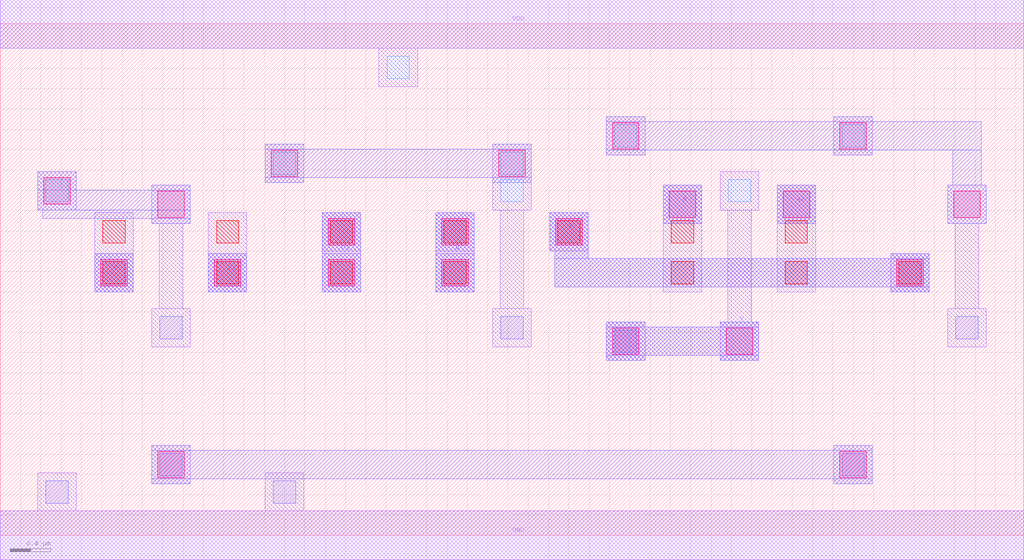
<source format=lef>
MACRO AOOAAOI2122
 CLASS CORE ;
 FOREIGN AOOAAOI2122 0 0 ;
 SIZE 10.08 BY 5.04 ;
 ORIGIN 0 0 ;
 SYMMETRY X Y R90 ;
 SITE unit ;
  PIN VDD
   DIRECTION INOUT ;
   USE POWER ;
   SHAPE ABUTMENT ;
    PORT
     CLASS CORE ;
       LAYER met1 ;
        RECT 0.00000000 4.80000000 10.08000000 5.28000000 ;
    END
  END VDD

  PIN GND
   DIRECTION INOUT ;
   USE POWER ;
   SHAPE ABUTMENT ;
    PORT
     CLASS CORE ;
       LAYER met1 ;
        RECT 0.00000000 -0.24000000 10.08000000 0.24000000 ;
    END
  END GND

  PIN Y
   DIRECTION INOUT ;
   USE SIGNAL ;
   SHAPE ABUTMENT ;
    PORT
     CLASS CORE ;
       LAYER met2 ;
        RECT 5.97000000 1.72200000 6.35000000 1.77200000 ;
        RECT 7.09000000 1.72200000 7.47000000 1.77200000 ;
        RECT 5.97000000 1.77200000 7.47000000 2.05200000 ;
        RECT 5.97000000 2.05200000 6.35000000 2.10200000 ;
        RECT 7.09000000 2.05200000 7.47000000 2.10200000 ;
    END
  END Y

  PIN B
   DIRECTION INOUT ;
   USE SIGNAL ;
   SHAPE ABUTMENT ;
    PORT
     CLASS CORE ;
       LAYER met2 ;
        RECT 8.77000000 2.39700000 9.15000000 2.44700000 ;
        RECT 5.46000000 2.44700000 9.15000000 2.72700000 ;
        RECT 8.77000000 2.72700000 9.15000000 2.77700000 ;
        RECT 5.46000000 2.72700000 5.79000000 2.80200000 ;
        RECT 5.41000000 2.80200000 5.79000000 3.18200000 ;
    END
  END B

  PIN A
   DIRECTION INOUT ;
   USE SIGNAL ;
   SHAPE ABUTMENT ;
    PORT
     CLASS CORE ;
       LAYER met2 ;
        RECT 6.53000000 3.07200000 6.91000000 3.45200000 ;
    END
  END A

  PIN C
   DIRECTION INOUT ;
   USE SIGNAL ;
   SHAPE ABUTMENT ;
    PORT
     CLASS CORE ;
       LAYER met2 ;
        RECT 0.93000000 2.39700000 1.31000000 2.77700000 ;
    END
  END C

  PIN C1
   DIRECTION INOUT ;
   USE SIGNAL ;
   SHAPE ABUTMENT ;
    PORT
     CLASS CORE ;
       LAYER met2 ;
        RECT 2.05000000 2.39700000 2.43000000 2.77700000 ;
    END
  END C1

  PIN D1
   DIRECTION INOUT ;
   USE SIGNAL ;
   SHAPE ABUTMENT ;
    PORT
     CLASS CORE ;
       LAYER met2 ;
        RECT 3.17000000 2.39700000 3.55000000 3.18200000 ;
    END
  END D1

  PIN A1
   DIRECTION INOUT ;
   USE SIGNAL ;
   SHAPE ABUTMENT ;
    PORT
     CLASS CORE ;
       LAYER met2 ;
        RECT 7.65000000 3.07200000 8.03000000 3.45200000 ;
    END
  END A1

  PIN D
   DIRECTION INOUT ;
   USE SIGNAL ;
   SHAPE ABUTMENT ;
    PORT
     CLASS CORE ;
       LAYER met2 ;
        RECT 4.29000000 2.39700000 4.67000000 3.18200000 ;
    END
  END D

 OBS
    LAYER polycont ;
     RECT 1.01000000 2.47700000 1.23000000 2.69700000 ;
     RECT 2.13000000 2.47700000 2.35000000 2.69700000 ;
     RECT 3.25000000 2.47700000 3.47000000 2.69700000 ;
     RECT 4.37000000 2.47700000 4.59000000 2.69700000 ;
     RECT 6.61000000 2.47700000 6.83000000 2.69700000 ;
     RECT 7.73000000 2.47700000 7.95000000 2.69700000 ;
     RECT 8.85000000 2.47700000 9.07000000 2.69700000 ;
     RECT 1.01000000 2.88200000 1.23000000 3.10200000 ;
     RECT 2.13000000 2.88200000 2.35000000 3.10200000 ;
     RECT 3.25000000 2.88200000 3.47000000 3.10200000 ;
     RECT 4.37000000 2.88200000 4.59000000 3.10200000 ;
     RECT 5.49000000 2.88200000 5.71000000 3.10200000 ;
     RECT 6.61000000 2.88200000 6.83000000 3.10200000 ;
     RECT 7.73000000 2.88200000 7.95000000 3.10200000 ;

    LAYER pdiffc ;
     RECT 0.45000000 3.28700000 0.67000000 3.50700000 ;
     RECT 4.93000000 3.28700000 5.15000000 3.50700000 ;
     RECT 7.17000000 3.28700000 7.39000000 3.50700000 ;
     RECT 2.69000000 3.55700000 2.91000000 3.77700000 ;
     RECT 4.93000000 3.55700000 5.15000000 3.77700000 ;
     RECT 6.05000000 3.82700000 6.27000000 4.04700000 ;
     RECT 8.29000000 3.82700000 8.51000000 4.04700000 ;
     RECT 3.81000000 4.50200000 4.03000000 4.72200000 ;

    LAYER ndiffc ;
     RECT 0.45000000 0.31700000 0.67000000 0.53700000 ;
     RECT 2.69000000 0.31700000 2.91000000 0.53700000 ;
     RECT 1.57000000 0.58700000 1.79000000 0.80700000 ;
     RECT 8.29000000 0.58700000 8.51000000 0.80700000 ;
     RECT 6.05000000 1.80200000 6.27000000 2.02200000 ;
     RECT 1.57000000 1.93700000 1.79000000 2.15700000 ;
     RECT 4.93000000 1.93700000 5.15000000 2.15700000 ;
     RECT 9.41000000 1.93700000 9.63000000 2.15700000 ;

    LAYER met1 ;
     RECT 0.00000000 -0.24000000 10.08000000 0.24000000 ;
     RECT 0.37000000 0.24000000 0.75000000 0.61700000 ;
     RECT 2.61000000 0.24000000 2.99000000 0.61700000 ;
     RECT 1.49000000 0.50700000 1.87000000 0.88700000 ;
     RECT 8.21000000 0.50700000 8.59000000 0.88700000 ;
     RECT 5.97000000 1.72200000 6.35000000 2.10200000 ;
     RECT 3.17000000 2.39700000 3.55000000 2.77700000 ;
     RECT 4.29000000 2.39700000 4.67000000 2.77700000 ;
     RECT 8.77000000 2.39700000 9.15000000 2.77700000 ;
     RECT 0.93000000 2.39700000 1.31000000 3.18200000 ;
     RECT 2.05000000 2.39700000 2.43000000 3.18200000 ;
     RECT 3.17000000 2.80200000 3.55000000 3.18200000 ;
     RECT 4.29000000 2.80200000 4.67000000 3.18200000 ;
     RECT 5.41000000 2.80200000 5.79000000 3.18200000 ;
     RECT 1.49000000 1.85700000 1.87000000 2.23700000 ;
     RECT 1.56500000 2.23700000 1.79500000 3.07200000 ;
     RECT 1.49000000 3.07200000 1.87000000 3.45200000 ;
     RECT 6.53000000 2.39700000 6.91000000 3.45200000 ;
     RECT 7.65000000 2.39700000 8.03000000 3.45200000 ;
     RECT 9.33000000 1.85700000 9.71000000 2.23700000 ;
     RECT 9.40500000 2.23700000 9.63500000 3.07200000 ;
     RECT 9.33000000 3.07200000 9.71000000 3.45200000 ;
     RECT 0.37000000 3.20700000 0.75000000 3.58700000 ;
     RECT 7.09000000 1.72200000 7.47000000 2.10200000 ;
     RECT 7.16500000 2.10200000 7.39500000 3.20700000 ;
     RECT 7.09000000 3.20700000 7.47000000 3.58700000 ;
     RECT 2.61000000 3.47700000 2.99000000 3.85700000 ;
     RECT 4.85000000 1.85700000 5.23000000 2.23700000 ;
     RECT 4.92500000 2.23700000 5.15500000 3.20700000 ;
     RECT 4.85000000 3.20700000 5.23000000 3.85700000 ;
     RECT 5.97000000 3.74700000 6.35000000 4.12700000 ;
     RECT 8.21000000 3.74700000 8.59000000 4.12700000 ;
     RECT 3.73000000 4.42200000 4.11000000 4.80000000 ;
     RECT 0.00000000 4.80000000 10.08000000 5.28000000 ;

    LAYER via1 ;
     RECT 1.55000000 0.56700000 1.81000000 0.82700000 ;
     RECT 8.27000000 0.56700000 8.53000000 0.82700000 ;
     RECT 6.03000000 1.78200000 6.29000000 2.04200000 ;
     RECT 7.15000000 1.78200000 7.41000000 2.04200000 ;
     RECT 0.99000000 2.45700000 1.25000000 2.71700000 ;
     RECT 2.11000000 2.45700000 2.37000000 2.71700000 ;
     RECT 3.23000000 2.45700000 3.49000000 2.71700000 ;
     RECT 4.35000000 2.45700000 4.61000000 2.71700000 ;
     RECT 8.83000000 2.45700000 9.09000000 2.71700000 ;
     RECT 3.23000000 2.86200000 3.49000000 3.12200000 ;
     RECT 4.35000000 2.86200000 4.61000000 3.12200000 ;
     RECT 5.47000000 2.86200000 5.73000000 3.12200000 ;
     RECT 1.55000000 3.13200000 1.81000000 3.39200000 ;
     RECT 6.59000000 3.13200000 6.85000000 3.39200000 ;
     RECT 7.71000000 3.13200000 7.97000000 3.39200000 ;
     RECT 9.39000000 3.13200000 9.65000000 3.39200000 ;
     RECT 0.43000000 3.26700000 0.69000000 3.52700000 ;
     RECT 2.67000000 3.53700000 2.93000000 3.79700000 ;
     RECT 4.91000000 3.53700000 5.17000000 3.79700000 ;
     RECT 6.03000000 3.80700000 6.29000000 4.06700000 ;
     RECT 8.27000000 3.80700000 8.53000000 4.06700000 ;

    LAYER met2 ;
     RECT 1.49000000 0.50700000 1.87000000 0.55700000 ;
     RECT 8.21000000 0.50700000 8.59000000 0.55700000 ;
     RECT 1.49000000 0.55700000 8.59000000 0.83700000 ;
     RECT 1.49000000 0.83700000 1.87000000 0.88700000 ;
     RECT 8.21000000 0.83700000 8.59000000 0.88700000 ;
     RECT 5.97000000 1.72200000 6.35000000 1.77200000 ;
     RECT 7.09000000 1.72200000 7.47000000 1.77200000 ;
     RECT 5.97000000 1.77200000 7.47000000 2.05200000 ;
     RECT 5.97000000 2.05200000 6.35000000 2.10200000 ;
     RECT 7.09000000 2.05200000 7.47000000 2.10200000 ;
     RECT 0.93000000 2.39700000 1.31000000 2.77700000 ;
     RECT 2.05000000 2.39700000 2.43000000 2.77700000 ;
     RECT 3.17000000 2.39700000 3.55000000 3.18200000 ;
     RECT 4.29000000 2.39700000 4.67000000 3.18200000 ;
     RECT 8.77000000 2.39700000 9.15000000 2.44700000 ;
     RECT 5.46000000 2.44700000 9.15000000 2.72700000 ;
     RECT 8.77000000 2.72700000 9.15000000 2.77700000 ;
     RECT 5.46000000 2.72700000 5.79000000 2.80200000 ;
     RECT 5.41000000 2.80200000 5.79000000 3.18200000 ;
     RECT 6.53000000 3.07200000 6.91000000 3.45200000 ;
     RECT 7.65000000 3.07200000 8.03000000 3.45200000 ;
     RECT 1.49000000 3.07200000 1.87000000 3.12200000 ;
     RECT 0.42000000 3.12200000 1.87000000 3.20700000 ;
     RECT 0.37000000 3.20700000 1.87000000 3.40200000 ;
     RECT 1.49000000 3.40200000 1.87000000 3.45200000 ;
     RECT 0.37000000 3.40200000 0.75000000 3.58700000 ;
     RECT 2.61000000 3.47700000 2.99000000 3.52700000 ;
     RECT 4.85000000 3.47700000 5.23000000 3.52700000 ;
     RECT 2.61000000 3.52700000 5.23000000 3.80700000 ;
     RECT 2.61000000 3.80700000 2.99000000 3.85700000 ;
     RECT 4.85000000 3.80700000 5.23000000 3.85700000 ;
     RECT 9.33000000 3.07200000 9.71000000 3.45200000 ;
     RECT 5.97000000 3.74700000 6.35000000 3.79700000 ;
     RECT 8.21000000 3.74700000 8.59000000 3.79700000 ;
     RECT 9.38000000 3.45200000 9.66000000 3.79700000 ;
     RECT 5.97000000 3.79700000 9.66000000 4.07700000 ;
     RECT 5.97000000 4.07700000 6.35000000 4.12700000 ;
     RECT 8.21000000 4.07700000 8.59000000 4.12700000 ;

 END
END AOOAAOI2122

</source>
